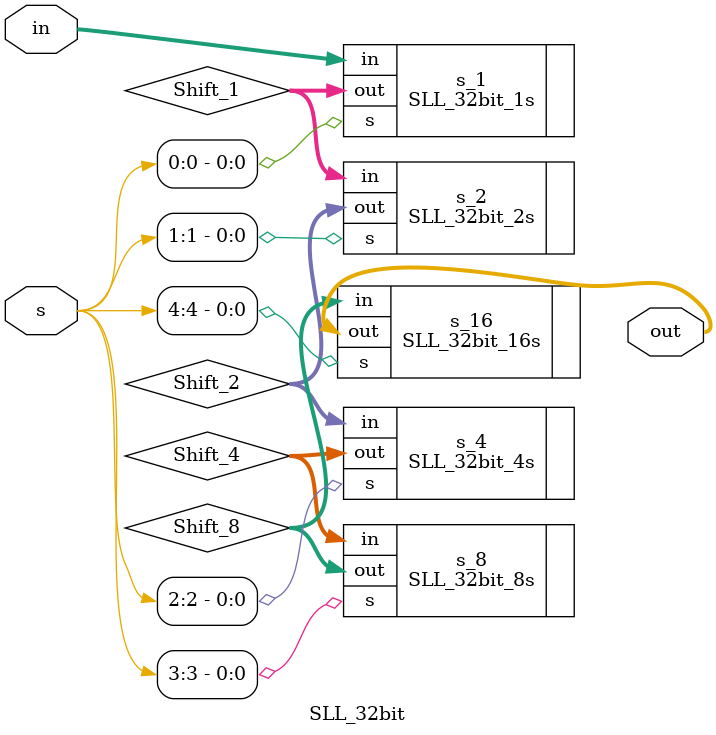
<source format=v>
module SLL_32bit(in, s, out);
	input [31:0] in;
	input [4:0] s;
	output [31:0] out;
	
	wire [31:0] Shift_1, Shift_2, Shift_4, Shift_8;
	
	SLL_32bit_1s s_1(
		.in(in),
		.s(s[0]),
		.out(Shift_1)
	);
	
	SLL_32bit_2s s_2(
		.in(Shift_1),
		.s(s[1]),
		.out(Shift_2)
	);
	
	SLL_32bit_4s s_4(
		.in(Shift_2),
		.s(s[2]),
		.out(Shift_4)
	);
	
	SLL_32bit_8s s_8(
		.in(Shift_4),
		.s(s[3]),
		.out(Shift_8)
	);
	
	SLL_32bit_16s s_16(
		.in(Shift_8),
		.s(s[4]),
		.out(out)
	);
endmodule

</source>
